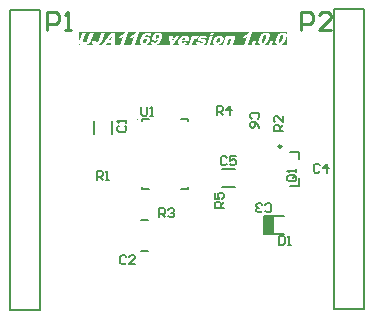
<source format=gto>
G04*
G04 #@! TF.GenerationSoftware,Altium Limited,Altium Designer,18.1.7 (191)*
G04*
G04 Layer_Color=65535*
%FSLAX25Y25*%
%MOIN*%
G70*
G01*
G75*
%ADD10C,0.00394*%
%ADD11C,0.00984*%
%ADD12C,0.00787*%
%ADD13C,0.00500*%
%ADD14C,0.01000*%
%ADD15R,0.03347X0.06102*%
G36*
X98688Y98693D02*
X98680Y98752D01*
X98673Y98804D01*
Y98840D01*
X98665Y98863D01*
Y98870D01*
X98651Y98936D01*
X98629Y99003D01*
X98607Y99062D01*
X98585Y99106D01*
X98555Y99150D01*
X98540Y99180D01*
X98526Y99202D01*
X98518Y99209D01*
X98474Y99268D01*
X98422Y99320D01*
X98363Y99364D01*
X98304Y99401D01*
X98260Y99430D01*
X98216Y99460D01*
X98186Y99467D01*
X98179Y99474D01*
X98091Y99511D01*
X97988Y99533D01*
X97884Y99555D01*
X97781Y99563D01*
X97685Y99570D01*
X97612Y99577D01*
X98688D01*
Y98693D01*
D02*
G37*
G36*
X55802Y99570D02*
X55632Y99548D01*
X55485Y99526D01*
X55352Y99497D01*
X55242Y99460D01*
X55197Y99445D01*
X55160Y99437D01*
X55131Y99423D01*
X55109Y99415D01*
X55102Y99408D01*
X55094D01*
X54954Y99342D01*
X54821Y99261D01*
X54703Y99172D01*
X54600Y99091D01*
X54519Y99017D01*
X54453Y98958D01*
X54416Y98922D01*
X54409Y98914D01*
X54401Y98907D01*
X54298Y98782D01*
X54202Y98656D01*
X54129Y98531D01*
X54070Y98420D01*
X54018Y98317D01*
X53989Y98244D01*
X53974Y98214D01*
X53966Y98192D01*
X53959Y98185D01*
Y98177D01*
X53930Y98067D01*
X53908Y97964D01*
X53893Y97868D01*
X53885Y97779D01*
Y97610D01*
X53908Y97470D01*
X53922Y97411D01*
X53937Y97359D01*
X53952Y97315D01*
X53966Y97271D01*
X53981Y97241D01*
X53996Y97219D01*
X54003Y97212D01*
Y97204D01*
X54055Y97138D01*
X54106Y97079D01*
X54166Y97027D01*
X54232Y96983D01*
X54357Y96917D01*
X54482Y96873D01*
X54600Y96843D01*
X54652Y96836D01*
X54696Y96829D01*
X54733Y96821D01*
X54785D01*
X54888Y96829D01*
X54984Y96836D01*
X55072Y96851D01*
X55153Y96873D01*
X55219Y96887D01*
X55264Y96902D01*
X55300Y96910D01*
X55308Y96917D01*
X55404Y96961D01*
X55492Y97005D01*
X55581Y97057D01*
X55654Y97101D01*
X55728Y97145D01*
X55779Y97182D01*
X55809Y97212D01*
X55824Y97219D01*
X55772Y97101D01*
X55728Y96998D01*
X55684Y96902D01*
X55639Y96814D01*
X55595Y96733D01*
X55558Y96666D01*
X55529Y96600D01*
X55499Y96548D01*
X55470Y96504D01*
X55448Y96467D01*
X55404Y96408D01*
X55382Y96372D01*
X55374Y96364D01*
X55286Y96276D01*
X55190Y96209D01*
X55102Y96165D01*
X55028Y96136D01*
X54954Y96114D01*
X54902Y96106D01*
X54873Y96099D01*
X54858D01*
X54807Y96106D01*
X54762Y96114D01*
X54696Y96150D01*
X54652Y96180D01*
X54645Y96187D01*
X54637Y96195D01*
X54615Y96239D01*
X54600Y96290D01*
X54593Y96394D01*
Y96445D01*
Y96490D01*
X54600Y96519D01*
Y96526D01*
X53620Y96402D01*
X53443Y96379D01*
Y96261D01*
X53451Y96158D01*
X53465Y96069D01*
X53487Y95988D01*
X53502Y95929D01*
X53524Y95878D01*
X53532Y95848D01*
X53539Y95841D01*
X53583Y95767D01*
X53642Y95701D01*
X53694Y95642D01*
X53753Y95598D01*
X53804Y95561D01*
X53849Y95539D01*
X53878Y95524D01*
X53885Y95517D01*
X53989Y95480D01*
X54099Y95450D01*
X54224Y95436D01*
X54335Y95421D01*
X54445Y95414D01*
X54527Y95406D01*
X51070D01*
X51254Y95414D01*
X51424Y95428D01*
X51571Y95458D01*
X51704Y95487D01*
X51814Y95517D01*
X51859Y95531D01*
X51895Y95546D01*
X51925Y95553D01*
X51947Y95561D01*
X51955Y95568D01*
X51962D01*
X52109Y95642D01*
X52242Y95716D01*
X52360Y95804D01*
X52456Y95885D01*
X52544Y95959D01*
X52603Y96018D01*
X52640Y96055D01*
X52655Y96069D01*
X52758Y96195D01*
X52854Y96320D01*
X52927Y96445D01*
X52986Y96556D01*
X53038Y96659D01*
X53067Y96733D01*
X53082Y96762D01*
X53089Y96784D01*
X53097Y96792D01*
Y96799D01*
X53126Y96910D01*
X53156Y97013D01*
X53171Y97109D01*
Y97197D01*
Y97366D01*
X53148Y97507D01*
X53134Y97566D01*
X53119Y97617D01*
X53104Y97669D01*
X53089Y97706D01*
X53075Y97735D01*
X53060Y97757D01*
X53053Y97764D01*
Y97772D01*
X53001Y97838D01*
X52949Y97904D01*
X52890Y97956D01*
X52832Y98000D01*
X52699Y98067D01*
X52574Y98111D01*
X52456Y98140D01*
X52404Y98148D01*
X52360Y98155D01*
X52323Y98163D01*
X52271D01*
X52168Y98155D01*
X52072Y98148D01*
X51984Y98133D01*
X51903Y98111D01*
X51837Y98089D01*
X51785Y98074D01*
X51755Y98067D01*
X51741Y98059D01*
X51652Y98023D01*
X51556Y97971D01*
X51468Y97919D01*
X51394Y97875D01*
X51321Y97831D01*
X51269Y97794D01*
X51240Y97764D01*
X51225Y97757D01*
X51276Y97875D01*
X51321Y97978D01*
X51365Y98074D01*
X51409Y98163D01*
X51453Y98244D01*
X51490Y98310D01*
X51520Y98369D01*
X51549Y98428D01*
X51579Y98472D01*
X51601Y98509D01*
X51645Y98561D01*
X51667Y98597D01*
X51674Y98605D01*
X51770Y98700D01*
X51859Y98767D01*
X51947Y98818D01*
X52028Y98848D01*
X52102Y98870D01*
X52153Y98877D01*
X52183Y98885D01*
X52198D01*
X52249Y98877D01*
X52301Y98870D01*
X52338Y98855D01*
X52367Y98833D01*
X52404Y98796D01*
X52419Y98789D01*
Y98782D01*
X52441Y98737D01*
X52456Y98693D01*
X52463Y98583D01*
Y98538D01*
Y98494D01*
X52456Y98465D01*
Y98457D01*
X53443Y98570D01*
X53620Y98590D01*
Y98708D01*
X53605Y98818D01*
X53591Y98907D01*
X53569Y98988D01*
X53554Y99047D01*
X53532Y99098D01*
X53524Y99128D01*
X53517Y99135D01*
X53473Y99209D01*
X53443Y99242D01*
X53414Y99275D01*
X53355Y99334D01*
X53296Y99379D01*
X53244Y99415D01*
X53200Y99437D01*
X53171Y99452D01*
X53163Y99460D01*
X53067Y99497D01*
X52949Y99526D01*
X52832Y99548D01*
X52714Y99563D01*
X52610Y99570D01*
X52522Y99577D01*
X55986D01*
X55802Y99570D01*
D02*
G37*
G36*
X55861Y98870D02*
X55934Y98848D01*
X55993Y98818D01*
X56037Y98782D01*
X56074Y98745D01*
X56096Y98715D01*
X56111Y98693D01*
X56119Y98686D01*
X56148Y98612D01*
X56163Y98531D01*
Y98443D01*
X56155Y98361D01*
X56141Y98288D01*
X56126Y98229D01*
X56119Y98192D01*
X56111Y98185D01*
Y98177D01*
X56067Y98067D01*
X56015Y97964D01*
X55964Y97875D01*
X55905Y97809D01*
X55861Y97757D01*
X55824Y97713D01*
X55794Y97691D01*
X55787Y97683D01*
X55706Y97624D01*
X55625Y97588D01*
X55551Y97558D01*
X55485Y97536D01*
X55426Y97521D01*
X55374Y97514D01*
X55337D01*
X55256Y97521D01*
X55190Y97543D01*
X55131Y97573D01*
X55087Y97602D01*
X55057Y97632D01*
X55035Y97661D01*
X55020Y97683D01*
X55013Y97691D01*
X54991Y97764D01*
X54984Y97846D01*
Y97934D01*
X54998Y98015D01*
X55013Y98089D01*
X55028Y98148D01*
X55035Y98192D01*
X55042Y98207D01*
X55087Y98325D01*
X55138Y98428D01*
X55190Y98509D01*
X55242Y98583D01*
X55286Y98634D01*
X55323Y98678D01*
X55345Y98700D01*
X55352Y98708D01*
X55433Y98767D01*
X55507Y98804D01*
X55581Y98833D01*
X55647Y98855D01*
X55698Y98870D01*
X55743Y98877D01*
X55779D01*
X55861Y98870D01*
D02*
G37*
G36*
X64712Y97794D02*
X64778Y97779D01*
X64830Y97757D01*
X64874Y97728D01*
X64911Y97698D01*
X64933Y97676D01*
X64940Y97661D01*
X64948Y97654D01*
X64977Y97595D01*
X64992Y97521D01*
X64999Y97448D01*
X64992Y97374D01*
Y97308D01*
X64977Y97249D01*
X64970Y97212D01*
Y97204D01*
Y97197D01*
X63864D01*
X63909Y97285D01*
X63953Y97366D01*
X63997Y97433D01*
X64041Y97492D01*
X64078Y97529D01*
X64108Y97566D01*
X64122Y97580D01*
X64130Y97588D01*
X64218Y97661D01*
X64307Y97713D01*
X64388Y97750D01*
X64469Y97772D01*
X64535Y97794D01*
X64587Y97801D01*
X64631D01*
X64712Y97794D01*
D02*
G37*
G36*
X97354Y98818D02*
X97420Y98789D01*
X97479Y98745D01*
X97516Y98693D01*
X97545Y98642D01*
X97567Y98597D01*
X97575Y98568D01*
Y98553D01*
X97582Y98494D01*
X97575Y98428D01*
X97567Y98347D01*
X97560Y98266D01*
X97523Y98089D01*
X97479Y97904D01*
X97427Y97742D01*
X97405Y97661D01*
X97391Y97602D01*
X97368Y97543D01*
X97361Y97507D01*
X97346Y97477D01*
Y97470D01*
X97280Y97278D01*
X97214Y97116D01*
X97162Y96976D01*
X97110Y96865D01*
X97074Y96777D01*
X97044Y96718D01*
X97022Y96681D01*
X97015Y96666D01*
X96956Y96578D01*
X96904Y96497D01*
X96852Y96438D01*
X96801Y96379D01*
X96757Y96342D01*
X96727Y96313D01*
X96705Y96298D01*
X96698Y96290D01*
X96631Y96254D01*
X96573Y96224D01*
X96513Y96202D01*
X96462Y96187D01*
X96425Y96180D01*
X96388Y96173D01*
X96359D01*
X96270Y96187D01*
X96197Y96217D01*
X96145Y96261D01*
X96108Y96313D01*
X96079Y96364D01*
X96064Y96408D01*
X96049Y96438D01*
Y96453D01*
Y96512D01*
Y96578D01*
X96057Y96652D01*
X96071Y96733D01*
X96101Y96910D01*
X96145Y97087D01*
X96189Y97249D01*
X96211Y97322D01*
X96233Y97381D01*
X96248Y97433D01*
X96263Y97470D01*
X96270Y97499D01*
Y97507D01*
X96322Y97647D01*
X96366Y97772D01*
X96410Y97882D01*
X96455Y97993D01*
X96499Y98081D01*
X96536Y98170D01*
X96573Y98244D01*
X96609Y98310D01*
X96639Y98369D01*
X96668Y98420D01*
X96690Y98457D01*
X96712Y98487D01*
X96727Y98516D01*
X96742Y98531D01*
X96749Y98546D01*
X96838Y98642D01*
X96919Y98715D01*
X97007Y98767D01*
X97088Y98796D01*
X97155Y98818D01*
X97206Y98826D01*
X97243Y98833D01*
X97258D01*
X97354Y98818D01*
D02*
G37*
G36*
X91708D02*
X91775Y98789D01*
X91834Y98745D01*
X91870Y98693D01*
X91900Y98642D01*
X91922Y98597D01*
X91929Y98568D01*
Y98553D01*
X91937Y98494D01*
X91929Y98428D01*
X91922Y98347D01*
X91915Y98266D01*
X91878Y98089D01*
X91834Y97904D01*
X91782Y97742D01*
X91760Y97661D01*
X91745Y97602D01*
X91723Y97543D01*
X91716Y97507D01*
X91701Y97477D01*
Y97470D01*
X91635Y97278D01*
X91568Y97116D01*
X91517Y96976D01*
X91465Y96865D01*
X91428Y96777D01*
X91399Y96718D01*
X91377Y96681D01*
X91369Y96666D01*
X91310Y96578D01*
X91259Y96497D01*
X91207Y96438D01*
X91155Y96379D01*
X91111Y96342D01*
X91082Y96313D01*
X91060Y96298D01*
X91052Y96290D01*
X90986Y96254D01*
X90927Y96224D01*
X90868Y96202D01*
X90816Y96187D01*
X90780Y96180D01*
X90743Y96173D01*
X90713D01*
X90625Y96187D01*
X90551Y96217D01*
X90500Y96261D01*
X90463Y96313D01*
X90433Y96364D01*
X90418Y96408D01*
X90404Y96438D01*
Y96453D01*
Y96512D01*
Y96578D01*
X90411Y96652D01*
X90426Y96733D01*
X90455Y96910D01*
X90500Y97087D01*
X90544Y97249D01*
X90566Y97322D01*
X90588Y97381D01*
X90603Y97433D01*
X90618Y97470D01*
X90625Y97499D01*
Y97507D01*
X90676Y97647D01*
X90721Y97772D01*
X90765Y97882D01*
X90809Y97993D01*
X90853Y98081D01*
X90890Y98170D01*
X90927Y98244D01*
X90964Y98310D01*
X90993Y98369D01*
X91023Y98420D01*
X91045Y98457D01*
X91067Y98487D01*
X91082Y98516D01*
X91097Y98531D01*
X91104Y98546D01*
X91192Y98642D01*
X91273Y98715D01*
X91362Y98767D01*
X91443Y98796D01*
X91509Y98818D01*
X91561Y98826D01*
X91598Y98833D01*
X91612D01*
X91708Y98818D01*
D02*
G37*
G36*
X76268Y97683D02*
X76334Y97661D01*
X76393Y97632D01*
X76438Y97595D01*
X76467Y97558D01*
X76497Y97529D01*
X76504Y97507D01*
X76511Y97499D01*
X76541Y97426D01*
X76548Y97337D01*
X76541Y97241D01*
X76526Y97153D01*
X76511Y97064D01*
X76497Y96998D01*
X76482Y96954D01*
X76474Y96946D01*
Y96939D01*
X76415Y96792D01*
X76357Y96674D01*
X76298Y96571D01*
X76239Y96490D01*
X76194Y96423D01*
X76150Y96379D01*
X76121Y96350D01*
X76113Y96342D01*
X76032Y96283D01*
X75951Y96239D01*
X75877Y96209D01*
X75804Y96187D01*
X75745Y96173D01*
X75701Y96165D01*
X75656D01*
X75575Y96173D01*
X75509Y96195D01*
X75450Y96224D01*
X75406Y96261D01*
X75369Y96290D01*
X75347Y96320D01*
X75332Y96342D01*
X75325Y96350D01*
X75303Y96430D01*
X75288Y96519D01*
X75295Y96615D01*
X75310Y96703D01*
X75325Y96792D01*
X75340Y96858D01*
X75347Y96887D01*
X75354Y96910D01*
X75362Y96917D01*
Y96924D01*
X75413Y97057D01*
X75472Y97175D01*
X75524Y97278D01*
X75583Y97359D01*
X75634Y97418D01*
X75671Y97462D01*
X75701Y97492D01*
X75708Y97499D01*
X75796Y97566D01*
X75877Y97610D01*
X75959Y97647D01*
X76032Y97669D01*
X76099Y97683D01*
X76143Y97691D01*
X76187D01*
X76268Y97683D01*
D02*
G37*
G36*
X51800Y97462D02*
X51866Y97440D01*
X51925Y97411D01*
X51969Y97381D01*
X51999Y97344D01*
X52028Y97315D01*
X52035Y97293D01*
X52043Y97285D01*
X52072Y97212D01*
X52080Y97131D01*
Y97042D01*
X52065Y96961D01*
X52050Y96887D01*
X52035Y96829D01*
X52028Y96784D01*
X52021Y96777D01*
Y96770D01*
X51977Y96652D01*
X51925Y96548D01*
X51873Y96467D01*
X51822Y96394D01*
X51778Y96342D01*
X51741Y96298D01*
X51711Y96276D01*
X51704Y96268D01*
X51630Y96217D01*
X51549Y96173D01*
X51475Y96143D01*
X51416Y96128D01*
X51358Y96114D01*
X51313Y96106D01*
X51276D01*
X51195Y96114D01*
X51122Y96136D01*
X51063Y96165D01*
X51011Y96202D01*
X50974Y96232D01*
X50952Y96261D01*
X50937Y96283D01*
X50930Y96290D01*
X50901Y96364D01*
X50886Y96445D01*
Y96534D01*
X50893Y96615D01*
X50908Y96688D01*
X50923Y96747D01*
X50930Y96784D01*
X50937Y96799D01*
X50982Y96917D01*
X51033Y97013D01*
X51092Y97101D01*
X51144Y97167D01*
X51188Y97219D01*
X51225Y97263D01*
X51254Y97285D01*
X51262Y97293D01*
X51343Y97352D01*
X51424Y97396D01*
X51505Y97426D01*
X51571Y97448D01*
X51630Y97462D01*
X51682Y97470D01*
X51719D01*
X51800Y97462D01*
D02*
G37*
G36*
X91745Y99570D02*
X91598Y99555D01*
X91458Y99533D01*
X91318Y99504D01*
X91192Y99467D01*
X91074Y99430D01*
X90971Y99386D01*
X90868Y99349D01*
X90780Y99305D01*
X90706Y99261D01*
X90640Y99224D01*
X90581Y99187D01*
X90536Y99157D01*
X90507Y99135D01*
X90485Y99121D01*
X90478Y99113D01*
X90374Y99017D01*
X90271Y98914D01*
X90175Y98796D01*
X90087Y98671D01*
X89917Y98406D01*
X89777Y98140D01*
X89718Y98015D01*
X89667Y97897D01*
X89622Y97787D01*
X89586Y97691D01*
X89549Y97617D01*
X89527Y97558D01*
X89519Y97521D01*
X89512Y97507D01*
X89460Y97337D01*
X89416Y97175D01*
X89379Y97027D01*
X89350Y96902D01*
X89328Y96792D01*
X89313Y96711D01*
Y96681D01*
X89306Y96659D01*
Y96652D01*
Y96644D01*
X89291Y96512D01*
Y96283D01*
X89298Y96202D01*
X89306Y96128D01*
X89320Y96084D01*
X89328Y96047D01*
Y96040D01*
X89372Y95929D01*
X89424Y95834D01*
X89482Y95753D01*
X89542Y95686D01*
X89593Y95635D01*
X89637Y95598D01*
X89674Y95576D01*
X89682Y95568D01*
X89792Y95517D01*
X89910Y95472D01*
X90043Y95443D01*
X90168Y95428D01*
X90279Y95414D01*
X90330D01*
X90374Y95406D01*
X75391D01*
X75538Y95414D01*
X75678Y95428D01*
X75811Y95443D01*
X75944Y95472D01*
X76062Y95502D01*
X76180Y95539D01*
X76283Y95583D01*
X76386Y95620D01*
X76467Y95657D01*
X76548Y95701D01*
X76614Y95738D01*
X76674Y95767D01*
X76718Y95797D01*
X76747Y95819D01*
X76769Y95826D01*
X76777Y95834D01*
X76887Y95915D01*
X76983Y96003D01*
X77071Y96099D01*
X77160Y96187D01*
X77234Y96283D01*
X77300Y96372D01*
X77359Y96467D01*
X77411Y96548D01*
X77462Y96630D01*
X77499Y96703D01*
X77528Y96770D01*
X77558Y96829D01*
X77580Y96873D01*
X77595Y96910D01*
X77602Y96932D01*
Y96939D01*
X77639Y97050D01*
X77646Y97084D01*
X77661Y97153D01*
X77676Y97256D01*
X77691Y97352D01*
Y97521D01*
X77676Y97669D01*
X77661Y97735D01*
X77646Y97787D01*
X77632Y97838D01*
X77617Y97875D01*
X77609Y97904D01*
X77595Y97934D01*
X77587Y97941D01*
Y97949D01*
X77528Y98037D01*
X77455Y98118D01*
X77374Y98185D01*
X77285Y98251D01*
X77197Y98295D01*
X77101Y98339D01*
X76998Y98376D01*
X76902Y98398D01*
X76814Y98420D01*
X76725Y98435D01*
X76644Y98450D01*
X76570Y98457D01*
X76511Y98465D01*
X76430D01*
X76290Y98457D01*
X76150Y98443D01*
X76017Y98428D01*
X75892Y98398D01*
X75767Y98361D01*
X75656Y98325D01*
X75546Y98288D01*
X75450Y98251D01*
X75362Y98207D01*
X75288Y98170D01*
X75214Y98133D01*
X75155Y98096D01*
X75111Y98067D01*
X75081Y98052D01*
X75059Y98037D01*
X75052Y98030D01*
X74941Y97949D01*
X74846Y97860D01*
X74757Y97764D01*
X74676Y97676D01*
X74595Y97580D01*
X74529Y97492D01*
X74470Y97403D01*
X74418Y97315D01*
X74374Y97234D01*
X74337Y97160D01*
X74300Y97094D01*
X74278Y97035D01*
X74256Y96991D01*
X74241Y96954D01*
X74234Y96932D01*
Y96924D01*
X74197Y96792D01*
X74168Y96666D01*
X74153Y96548D01*
Y96438D01*
Y96335D01*
X74168Y96239D01*
X74190Y96150D01*
X74212Y96069D01*
X74234Y96003D01*
X74264Y95937D01*
X74293Y95885D01*
X74315Y95841D01*
X74337Y95804D01*
X74359Y95782D01*
X74367Y95767D01*
X74374Y95760D01*
X74440Y95701D01*
X74507Y95642D01*
X74536Y95625D01*
X74661Y95553D01*
X74831Y95495D01*
X75001Y95450D01*
X75148Y95428D01*
X75214Y95414D01*
X75273D01*
X75325Y95406D01*
X69908D01*
X70114Y95414D01*
X70298Y95428D01*
X70453Y95450D01*
X70593Y95480D01*
X70704Y95502D01*
X70748Y95517D01*
X70785Y95524D01*
X70814Y95531D01*
X70836Y95539D01*
X70844Y95546D01*
X70851D01*
X70984Y95605D01*
X71109Y95664D01*
X71212Y95730D01*
X71301Y95789D01*
X71367Y95841D01*
X71419Y95885D01*
X71456Y95915D01*
X71463Y95922D01*
X71544Y96011D01*
X71610Y96099D01*
X71669Y96187D01*
X71713Y96261D01*
X71743Y96327D01*
X71765Y96372D01*
X71772Y96408D01*
X71780Y96416D01*
X71809Y96504D01*
X71817Y96593D01*
X71824Y96674D01*
Y96740D01*
X71817Y96792D01*
X71802Y96836D01*
X71794Y96865D01*
Y96873D01*
X71758Y96946D01*
X71713Y97013D01*
X71662Y97072D01*
X71610Y97116D01*
X71566Y97153D01*
X71522Y97175D01*
X71492Y97190D01*
X71485Y97197D01*
X71382Y97241D01*
X71264Y97278D01*
X71139Y97308D01*
X71013Y97330D01*
X70895Y97352D01*
X70844Y97359D01*
X70800Y97366D01*
X70763D01*
X70733Y97374D01*
X70711D01*
X70593Y97389D01*
X70490Y97411D01*
X70416Y97426D01*
X70357Y97440D01*
X70313Y97455D01*
X70291Y97470D01*
X70276Y97477D01*
X70269D01*
X70239Y97499D01*
X70225Y97521D01*
X70217Y97551D01*
X70210Y97580D01*
Y97624D01*
X70217Y97632D01*
Y97639D01*
X70232Y97676D01*
X70254Y97706D01*
X70298Y97757D01*
X70343Y97787D01*
X70350Y97801D01*
X70357D01*
X70402Y97824D01*
X70453Y97846D01*
X70549Y97868D01*
X70593Y97875D01*
X70726D01*
X70785Y97860D01*
X70829Y97846D01*
X70873Y97831D01*
X70903Y97816D01*
X70925Y97801D01*
X70940Y97794D01*
X70947Y97787D01*
X70976Y97757D01*
X70991Y97728D01*
X71013Y97661D01*
X71021Y97632D01*
Y97602D01*
Y97588D01*
Y97580D01*
X72111Y97683D01*
X72104Y97787D01*
X72089Y97875D01*
X72075Y97949D01*
X72053Y98015D01*
X72030Y98067D01*
X72008Y98103D01*
X72001Y98126D01*
X71993Y98133D01*
X71949Y98192D01*
X71898Y98244D01*
X71839Y98288D01*
X71787Y98325D01*
X71736Y98347D01*
X71699Y98369D01*
X71669Y98384D01*
X71662D01*
X71566Y98413D01*
X71448Y98428D01*
X71330Y98443D01*
X71205Y98457D01*
X71087D01*
X71043Y98465D01*
X70910D01*
X70733Y98457D01*
X70571Y98450D01*
X70431Y98428D01*
X70313Y98413D01*
X70217Y98391D01*
X70144Y98369D01*
X70099Y98361D01*
X70092Y98354D01*
X70085D01*
X69967Y98310D01*
X69856Y98266D01*
X69760Y98214D01*
X69679Y98163D01*
X69613Y98118D01*
X69561Y98081D01*
X69532Y98052D01*
X69517Y98045D01*
X69436Y97964D01*
X69362Y97882D01*
X69303Y97794D01*
X69259Y97720D01*
X69222Y97647D01*
X69200Y97595D01*
X69186Y97558D01*
X69178Y97543D01*
X69156Y97448D01*
X69141Y97359D01*
X69134Y97285D01*
X69141Y97212D01*
X69149Y97160D01*
X69163Y97116D01*
X69171Y97087D01*
Y97079D01*
X69208Y97005D01*
X69252Y96946D01*
X69303Y96895D01*
X69348Y96858D01*
X69392Y96821D01*
X69429Y96799D01*
X69451Y96792D01*
X69458Y96784D01*
X69502Y96770D01*
X69547Y96747D01*
X69657Y96718D01*
X69783Y96688D01*
X69908Y96659D01*
X70018Y96630D01*
X70070Y96622D01*
X70114Y96607D01*
X70151Y96600D01*
X70180D01*
X70195Y96593D01*
X70203D01*
X70328Y96571D01*
X70431Y96548D01*
X70505Y96526D01*
X70564Y96512D01*
X70601Y96497D01*
X70630Y96482D01*
X70645Y96475D01*
X70674Y96445D01*
X70696Y96416D01*
X70711Y96386D01*
Y96357D01*
Y96313D01*
X70704Y96298D01*
Y96290D01*
X70689Y96254D01*
X70667Y96217D01*
X70615Y96158D01*
X70571Y96128D01*
X70556Y96114D01*
X70549D01*
X70490Y96084D01*
X70424Y96062D01*
X70298Y96033D01*
X70247Y96025D01*
X70203Y96018D01*
X70166D01*
X70092Y96025D01*
X70033Y96033D01*
X69981Y96047D01*
X69937Y96062D01*
X69908Y96077D01*
X69886Y96084D01*
X69871Y96099D01*
X69864D01*
X69834Y96136D01*
X69812Y96180D01*
X69790Y96283D01*
X69783Y96327D01*
X69775Y96357D01*
Y96386D01*
Y96394D01*
X68625Y96290D01*
Y96143D01*
X68640Y96011D01*
X68677Y95893D01*
X68714Y95804D01*
X68758Y95730D01*
X68802Y95679D01*
X68832Y95642D01*
X68839Y95635D01*
X68898Y95598D01*
X68964Y95561D01*
X69038Y95531D01*
X69119Y95502D01*
X69261Y95472D01*
X69296Y95465D01*
X69473Y95436D01*
X69643Y95421D01*
X69716Y95414D01*
X69775D01*
X69834Y95406D01*
X63798D01*
X64041Y95414D01*
X64255Y95436D01*
X64439Y95465D01*
X64520Y95487D01*
X64594Y95502D01*
X64660Y95517D01*
X64719Y95539D01*
X64771Y95553D01*
X64815Y95568D01*
X64845Y95583D01*
X64867Y95590D01*
X64881Y95598D01*
X64889D01*
X65051Y95679D01*
X65198Y95775D01*
X65338Y95885D01*
X65464Y95988D01*
X65574Y96084D01*
X65655Y96158D01*
X65685Y96187D01*
X65707Y96209D01*
X65714Y96224D01*
X65722Y96232D01*
X64646Y96335D01*
X64594Y96283D01*
X64542Y96246D01*
X64498Y96209D01*
X64461Y96187D01*
X64432Y96165D01*
X64410Y96150D01*
X64395Y96143D01*
X64388D01*
X64321Y96114D01*
X64262Y96099D01*
X64203Y96084D01*
X64152Y96069D01*
X64108D01*
X64078Y96062D01*
X64049D01*
X63960Y96069D01*
X63879Y96092D01*
X63820Y96121D01*
X63769Y96158D01*
X63732Y96195D01*
X63710Y96224D01*
X63695Y96246D01*
X63687Y96254D01*
X63665Y96313D01*
X63658Y96372D01*
Y96438D01*
Y96504D01*
X63665Y96563D01*
X63673Y96615D01*
X63680Y96644D01*
Y96659D01*
X65928D01*
X65972Y96784D01*
X66039Y96991D01*
X66061Y97101D01*
X66075Y97175D01*
X66097Y97330D01*
X66112Y97470D01*
Y97573D01*
Y97617D01*
X66105Y97654D01*
Y97683D01*
X66097Y97706D01*
Y97713D01*
Y97720D01*
X66061Y97846D01*
X66009Y97956D01*
X65950Y98052D01*
X65891Y98133D01*
X65825Y98192D01*
X65781Y98236D01*
X65744Y98266D01*
X65729Y98273D01*
X65670Y98310D01*
X65604Y98339D01*
X65464Y98384D01*
X65309Y98420D01*
X65162Y98443D01*
X65022Y98457D01*
X64963D01*
X64911Y98465D01*
X64808D01*
X64668Y98457D01*
X64528Y98450D01*
X64395Y98428D01*
X64270Y98398D01*
X64152Y98369D01*
X64034Y98332D01*
X63931Y98288D01*
X63835Y98251D01*
X63747Y98214D01*
X63673Y98170D01*
X63606Y98133D01*
X63547Y98103D01*
X63503Y98074D01*
X63474Y98059D01*
X63452Y98045D01*
X63444Y98037D01*
X63341Y97956D01*
X63245Y97868D01*
X63157Y97779D01*
X63076Y97683D01*
X63002Y97588D01*
X62936Y97499D01*
X62818Y97322D01*
X62774Y97241D01*
X62737Y97167D01*
X62707Y97094D01*
X62678Y97035D01*
X62656Y96991D01*
X62648Y96954D01*
X62634Y96932D01*
Y96924D01*
X62582Y96747D01*
X62552Y96593D01*
X62538Y96445D01*
X62530Y96327D01*
X62538Y96224D01*
X62545Y96150D01*
X62552Y96121D01*
X62560Y96099D01*
Y96092D01*
Y96084D01*
X62604Y95959D01*
X62663Y95856D01*
X62722Y95767D01*
X62788Y95693D01*
X62847Y95642D01*
X62892Y95598D01*
X62921Y95576D01*
X62936Y95568D01*
X63054Y95517D01*
X63186Y95472D01*
X63334Y95443D01*
X63474Y95428D01*
X63599Y95414D01*
X63658D01*
X63702Y95406D01*
X54608D01*
X54762Y95414D01*
X54902Y95428D01*
X55042Y95450D01*
X55175Y95487D01*
X55308Y95524D01*
X55426Y95568D01*
X55536Y95613D01*
X55639Y95657D01*
X55728Y95701D01*
X55809Y95753D01*
X55883Y95789D01*
X55942Y95826D01*
X55986Y95863D01*
X56023Y95885D01*
X56045Y95900D01*
X56052Y95907D01*
X56170Y96011D01*
X56281Y96121D01*
X56384Y96246D01*
X56480Y96372D01*
X56649Y96637D01*
X56723Y96770D01*
X56797Y96895D01*
X56855Y97020D01*
X56907Y97138D01*
X56959Y97241D01*
X56996Y97330D01*
X57025Y97403D01*
X57047Y97462D01*
X57055Y97492D01*
X57062Y97507D01*
X57106Y97639D01*
X57143Y97772D01*
X57172Y97890D01*
X57195Y98008D01*
X57217Y98111D01*
X57231Y98214D01*
X57239Y98303D01*
X57246Y98384D01*
X57253Y98457D01*
Y98656D01*
X57246Y98678D01*
Y98693D01*
Y98700D01*
X57209Y98863D01*
X57165Y98995D01*
X57106Y99113D01*
X57040Y99202D01*
X56981Y99275D01*
X56929Y99327D01*
X56900Y99356D01*
X56885Y99364D01*
X56760Y99437D01*
X56620Y99489D01*
X56472Y99526D01*
X56325Y99548D01*
X56192Y99570D01*
X56133D01*
X56082Y99577D01*
X86195D01*
X86078Y99437D01*
X85952Y99312D01*
X85834Y99202D01*
X85724Y99113D01*
X85628Y99032D01*
X85547Y98973D01*
X85517Y98958D01*
X85495Y98944D01*
X85488Y98929D01*
X85481D01*
X85318Y98833D01*
X85149Y98752D01*
X84972Y98678D01*
X84810Y98612D01*
X84662Y98561D01*
X84604Y98538D01*
X84545Y98516D01*
X84500Y98509D01*
X84471Y98494D01*
X84449Y98487D01*
X84441D01*
X84124Y97573D01*
X84279Y97617D01*
X84419Y97654D01*
X84545Y97698D01*
X84648Y97735D01*
X84736Y97764D01*
X84803Y97787D01*
X84839Y97801D01*
X84854Y97809D01*
X84972Y97860D01*
X85083Y97919D01*
X85193Y97978D01*
X85289Y98030D01*
X85377Y98081D01*
X85444Y98118D01*
X85488Y98148D01*
X85495Y98155D01*
X85503D01*
X84596Y95472D01*
X85731D01*
X87124Y99577D01*
X91900D01*
X91745Y99570D01*
D02*
G37*
G36*
X52293D02*
X52146Y99555D01*
X52006Y99533D01*
X51873Y99497D01*
X51748Y99460D01*
X51630Y99415D01*
X51520Y99371D01*
X51416Y99327D01*
X51321Y99275D01*
X51240Y99231D01*
X51166Y99187D01*
X51107Y99150D01*
X51063Y99113D01*
X51026Y99091D01*
X51004Y99076D01*
X50996Y99069D01*
X50878Y98966D01*
X50768Y98855D01*
X50672Y98730D01*
X50576Y98605D01*
X50399Y98339D01*
X50326Y98207D01*
X50259Y98081D01*
X50200Y97956D01*
X50141Y97838D01*
X50097Y97735D01*
X50060Y97647D01*
X50031Y97573D01*
X50009Y97521D01*
X50001Y97484D01*
X49994Y97470D01*
X49950Y97330D01*
X49913Y97204D01*
X49883Y97079D01*
X49854Y96969D01*
X49832Y96858D01*
X49817Y96762D01*
X49810Y96666D01*
X49802Y96585D01*
X49795Y96512D01*
Y96313D01*
X49802Y96290D01*
Y96276D01*
Y96268D01*
X49839Y96114D01*
X49883Y95974D01*
X49942Y95863D01*
X50009Y95775D01*
X50068Y95701D01*
X50119Y95649D01*
X50149Y95620D01*
X50164Y95613D01*
X50222Y95576D01*
X50289Y95546D01*
X50429Y95495D01*
X50584Y95458D01*
X50731Y95436D01*
X50864Y95421D01*
X50923Y95414D01*
X50967Y95406D01*
X35144D01*
X35357Y95414D01*
X35549Y95443D01*
X35726Y95480D01*
X35881Y95531D01*
X35947Y95553D01*
X36006Y95576D01*
X36050Y95590D01*
X36094Y95613D01*
X36131Y95627D01*
X36153Y95642D01*
X36168Y95649D01*
X36175D01*
X36337Y95745D01*
X36478Y95848D01*
X36595Y95951D01*
X36699Y96047D01*
X36772Y96136D01*
X36831Y96202D01*
X36861Y96246D01*
X36876Y96254D01*
Y96261D01*
X36920Y96335D01*
X36971Y96408D01*
X37060Y96578D01*
X37141Y96755D01*
X37163Y96806D01*
D01*
X37214Y96924D01*
X37273Y97079D01*
X37303Y97145D01*
X37325Y97204D01*
X37340Y97249D01*
X37354Y97285D01*
X37362Y97308D01*
Y97315D01*
X38106Y99511D01*
X36853D01*
X36006Y97027D01*
X35962Y96902D01*
X35910Y96792D01*
X35866Y96703D01*
X35822Y96630D01*
X35785Y96571D01*
X35755Y96534D01*
X35733Y96512D01*
X35726Y96504D01*
X35667Y96453D01*
X35608Y96416D01*
X35549Y96386D01*
X35497Y96372D01*
X35446Y96357D01*
X35409Y96350D01*
X35328D01*
X35291Y96357D01*
X35232Y96379D01*
X35195Y96394D01*
X35188Y96401D01*
X35158Y96430D01*
X35144Y96460D01*
X35114Y96526D01*
Y96556D01*
X35107Y96578D01*
Y96593D01*
Y96600D01*
X35114Y96659D01*
X35121Y96718D01*
X35151Y96851D01*
X35166Y96910D01*
X35180Y96961D01*
X35195Y96991D01*
Y97005D01*
X34348Y96895D01*
X33950Y96843D01*
X33913Y96674D01*
X33891Y96519D01*
X33876Y96386D01*
Y96268D01*
X33883Y96173D01*
X33891Y96106D01*
X33898Y96062D01*
Y96055D01*
Y96047D01*
X33935Y95937D01*
X33986Y95841D01*
X34045Y95760D01*
X34104Y95686D01*
X34156Y95635D01*
X34207Y95598D01*
X34237Y95576D01*
X34252Y95568D01*
X34311Y95539D01*
X34370Y95517D01*
X34510Y95472D01*
X34657Y95443D01*
X34804Y95428D01*
X34937Y95414D01*
X34996D01*
X35040Y95406D01*
X31112D01*
X31296Y95414D01*
X31473Y95428D01*
X31628Y95450D01*
X31761Y95472D01*
X31879Y95495D01*
X31923Y95509D01*
X31960Y95517D01*
X31989Y95524D01*
X32011Y95531D01*
X32026Y95539D01*
X32033D01*
X32144Y95583D01*
X32254Y95635D01*
X32358Y95686D01*
X32453Y95738D01*
X32527Y95789D01*
X32594Y95834D01*
X32630Y95863D01*
X32645Y95870D01*
X32763Y95959D01*
X32866Y96055D01*
X32955Y96150D01*
X33036Y96239D01*
X33102Y96313D01*
X33146Y96372D01*
X33176Y96408D01*
X33183Y96423D01*
X33264Y96548D01*
X33331Y96666D01*
X33389Y96777D01*
X33441Y96887D01*
X33478Y96976D01*
X33507Y97042D01*
X33522Y97087D01*
X33529Y97094D01*
Y97101D01*
X34025Y98561D01*
X34348Y99511D01*
X33102D01*
X32262Y97050D01*
X32218Y96932D01*
X32159Y96829D01*
X32100Y96733D01*
X32041Y96659D01*
X31989Y96600D01*
X31945Y96563D01*
X31915Y96534D01*
X31901Y96526D01*
X31805Y96467D01*
X31709Y96423D01*
X31613Y96394D01*
X31525Y96372D01*
X31451Y96357D01*
X31385Y96350D01*
X31333D01*
X31223Y96357D01*
X31127Y96379D01*
X31046Y96408D01*
X30987Y96445D01*
X30943Y96475D01*
X30906Y96504D01*
X30891Y96526D01*
X30884Y96534D01*
X30847Y96607D01*
X30832Y96696D01*
Y96777D01*
X30839Y96858D01*
X30847Y96932D01*
X30861Y96998D01*
X30869Y97035D01*
X30876Y97050D01*
X31716Y99511D01*
X30471D01*
X29653Y97101D01*
X29616Y96991D01*
X29594Y96873D01*
X29572Y96755D01*
X29557Y96652D01*
X29542Y96563D01*
Y96490D01*
X29535Y96460D01*
Y99511D01*
Y99577D01*
X44791D01*
X44673Y99437D01*
X44548Y99312D01*
X44430Y99202D01*
X44319Y99113D01*
X44223Y99032D01*
X44142Y98973D01*
X44113Y98958D01*
X44091Y98944D01*
X44083Y98929D01*
X44076D01*
X43914Y98833D01*
X43744Y98752D01*
X43567Y98678D01*
X43405Y98612D01*
X43258Y98561D01*
X43199Y98538D01*
X43140Y98516D01*
X43096Y98509D01*
X43066Y98494D01*
X43044Y98487D01*
X43037D01*
X42720Y97573D01*
X42875Y97617D01*
X43015Y97654D01*
X43140Y97698D01*
X43243Y97735D01*
X43332Y97764D01*
X43398Y97787D01*
X43435Y97801D01*
X43450Y97809D01*
X43567Y97860D01*
X43678Y97919D01*
X43788Y97978D01*
X43884Y98030D01*
X43973Y98081D01*
X44039Y98118D01*
X44083Y98148D01*
X44091Y98155D01*
X44098D01*
X43191Y95472D01*
X44326D01*
X45720Y99577D01*
X48557D01*
X48439Y99437D01*
X48314Y99312D01*
X48196Y99202D01*
X48085Y99113D01*
X47989Y99032D01*
X47908Y98973D01*
X47879Y98958D01*
X47857Y98944D01*
X47849Y98929D01*
X47842D01*
X47680Y98833D01*
X47510Y98752D01*
X47333Y98678D01*
X47171Y98612D01*
X47024Y98561D01*
X46965Y98538D01*
X46906Y98516D01*
X46862Y98509D01*
X46832Y98494D01*
X46810Y98487D01*
X46803D01*
X46486Y97573D01*
X46641Y97617D01*
X46781Y97654D01*
X46906Y97698D01*
X47009Y97735D01*
X47098Y97764D01*
X47164Y97787D01*
X47201Y97801D01*
X47216Y97809D01*
X47333Y97860D01*
X47444Y97919D01*
X47555Y97978D01*
X47650Y98030D01*
X47739Y98081D01*
X47805Y98118D01*
X47849Y98148D01*
X47857Y98155D01*
X47864D01*
X46958Y95472D01*
X48093D01*
X49485Y99577D01*
X52441D01*
X52293Y99570D01*
D02*
G37*
G36*
X98688Y95406D02*
X96101D01*
X96270Y95414D01*
X96425Y95428D01*
X96573Y95450D01*
X96712Y95487D01*
X96838Y95524D01*
X96956Y95568D01*
X97066Y95613D01*
X97169Y95664D01*
X97258Y95708D01*
X97332Y95753D01*
X97398Y95797D01*
X97457Y95834D01*
X97494Y95870D01*
X97531Y95893D01*
X97545Y95907D01*
X97553Y95915D01*
X97656Y96018D01*
X97752Y96128D01*
X97840Y96254D01*
X97929Y96379D01*
X98083Y96644D01*
X98216Y96910D01*
X98275Y97035D01*
X98326Y97145D01*
X98371Y97249D01*
X98408Y97344D01*
X98437Y97418D01*
X98459Y97470D01*
X98466Y97507D01*
X98474Y97521D01*
X98533Y97698D01*
X98577Y97875D01*
X98614Y98030D01*
X98643Y98170D01*
X98658Y98288D01*
X98665Y98339D01*
X98673Y98376D01*
Y98413D01*
X98680Y98435D01*
Y98450D01*
Y98457D01*
X98688Y98546D01*
Y95406D01*
D02*
G37*
G36*
X97391Y99570D02*
X97243Y99555D01*
X97103Y99533D01*
X96963Y99504D01*
X96838Y99467D01*
X96720Y99430D01*
X96617Y99386D01*
X96513Y99349D01*
X96425Y99305D01*
X96351Y99261D01*
X96285Y99224D01*
X96226Y99187D01*
X96182Y99157D01*
X96152Y99135D01*
X96130Y99121D01*
X96123Y99113D01*
X96020Y99017D01*
X95916Y98914D01*
X95821Y98796D01*
X95732Y98671D01*
X95563Y98406D01*
X95423Y98140D01*
X95364Y98015D01*
X95312Y97897D01*
X95268Y97787D01*
X95231Y97691D01*
X95194Y97617D01*
X95172Y97558D01*
X95165Y97521D01*
X95157Y97507D01*
X95106Y97337D01*
X95062Y97175D01*
X95025Y97027D01*
X94995Y96902D01*
X94973Y96792D01*
X94958Y96711D01*
Y96681D01*
X94951Y96659D01*
Y96652D01*
Y96644D01*
X94936Y96512D01*
Y96283D01*
X94944Y96202D01*
X94951Y96128D01*
X94966Y96084D01*
X94973Y96047D01*
Y96040D01*
X95017Y95929D01*
X95069Y95834D01*
X95128Y95753D01*
X95187Y95686D01*
X95239Y95635D01*
X95283Y95598D01*
X95320Y95576D01*
X95327Y95568D01*
X95438Y95517D01*
X95555Y95472D01*
X95688Y95443D01*
X95813Y95428D01*
X95924Y95414D01*
X95976D01*
X96020Y95406D01*
X90455D01*
X90625Y95414D01*
X90780Y95428D01*
X90927Y95450D01*
X91067Y95487D01*
X91192Y95524D01*
X91310Y95568D01*
X91421Y95613D01*
X91524Y95664D01*
X91612Y95708D01*
X91686Y95753D01*
X91752Y95797D01*
X91811Y95834D01*
X91848Y95870D01*
X91885Y95893D01*
X91900Y95907D01*
X91907Y95915D01*
X92010Y96018D01*
X92106Y96128D01*
X92195Y96254D01*
X92283Y96379D01*
X92438Y96644D01*
X92571Y96910D01*
X92629Y97035D01*
X92681Y97145D01*
X92725Y97249D01*
X92762Y97344D01*
X92792Y97418D01*
X92814Y97470D01*
X92821Y97507D01*
X92829Y97521D01*
X92888Y97698D01*
X92932Y97875D01*
X92968Y98030D01*
X92998Y98170D01*
X93013Y98288D01*
X93020Y98339D01*
X93028Y98376D01*
Y98413D01*
X93035Y98435D01*
Y98450D01*
Y98457D01*
X93042Y98546D01*
Y98693D01*
X93035Y98752D01*
X93028Y98804D01*
Y98840D01*
X93020Y98863D01*
Y98870D01*
X93005Y98936D01*
X92983Y99003D01*
X92961Y99062D01*
X92939Y99106D01*
X92910Y99150D01*
X92895Y99180D01*
X92880Y99202D01*
X92873Y99209D01*
X92829Y99268D01*
X92777Y99320D01*
X92718Y99364D01*
X92659Y99401D01*
X92615Y99430D01*
X92571Y99460D01*
X92541Y99467D01*
X92534Y99474D01*
X92445Y99511D01*
X92342Y99533D01*
X92239Y99555D01*
X92136Y99563D01*
X92040Y99570D01*
X91966Y99577D01*
X97545D01*
X97391Y99570D01*
D02*
G37*
G36*
X29550Y96246D02*
X29564Y96165D01*
X29586Y96099D01*
X29609Y96040D01*
X29631Y95988D01*
X29638Y95959D01*
X29645Y95951D01*
X29690Y95870D01*
X29741Y95804D01*
X29793Y95745D01*
X29844Y95693D01*
X29889Y95657D01*
X29926Y95627D01*
X29948Y95613D01*
X29955Y95605D01*
X30036Y95568D01*
X30117Y95531D01*
X30206Y95502D01*
X30287Y95487D01*
X30360Y95465D01*
X30427Y95458D01*
X30463Y95450D01*
X30478D01*
X30604Y95436D01*
X30722Y95428D01*
X30825Y95414D01*
X30920D01*
X31002Y95406D01*
X29535D01*
Y96335D01*
X29550Y96246D01*
D02*
G37*
%LPC*%
G36*
X74536Y99511D02*
X73416D01*
X73151Y98745D01*
X74271D01*
X74536Y99511D01*
D02*
G37*
G36*
X80808Y98465D02*
X80764D01*
X80638Y98457D01*
X80521Y98443D01*
X80410Y98428D01*
X80314Y98406D01*
X80240Y98376D01*
X80182Y98361D01*
X80145Y98347D01*
X80130Y98339D01*
X80027Y98288D01*
X79916Y98221D01*
X79813Y98155D01*
X79717Y98081D01*
X79636Y98023D01*
X79577Y97971D01*
X79533Y97934D01*
X79526Y97919D01*
X79518D01*
X79680Y98398D01*
X78634D01*
X77646Y95472D01*
X78767D01*
X79238Y96873D01*
X79290Y97013D01*
X79349Y97131D01*
X79400Y97227D01*
X79452Y97308D01*
X79489Y97359D01*
X79526Y97403D01*
X79548Y97426D01*
X79555Y97433D01*
X79621Y97484D01*
X79695Y97521D01*
X79754Y97551D01*
X79813Y97566D01*
X79865Y97580D01*
X79901Y97588D01*
X79938D01*
X80005Y97580D01*
X80056Y97573D01*
X80093Y97551D01*
X80130Y97529D01*
X80152Y97507D01*
X80167Y97492D01*
X80182Y97477D01*
Y97470D01*
X80196Y97418D01*
X80204Y97359D01*
Y97293D01*
X80196Y97234D01*
X80182Y97175D01*
X80174Y97123D01*
X80167Y97094D01*
X80159Y97079D01*
X79614Y95472D01*
X80742D01*
X81368Y97330D01*
X81405Y97433D01*
X81427Y97529D01*
X81457Y97706D01*
X81464Y97853D01*
X81457Y97971D01*
X81442Y98067D01*
X81420Y98133D01*
X81405Y98170D01*
X81398Y98185D01*
X81324Y98280D01*
X81228Y98347D01*
X81125Y98398D01*
X81014Y98428D01*
X80919Y98450D01*
X80838Y98457D01*
X80808Y98465D01*
D02*
G37*
G36*
X68883D02*
X68839D01*
X68751Y98457D01*
X68670Y98450D01*
X68596Y98428D01*
X68530Y98406D01*
X68471Y98384D01*
X68434Y98369D01*
X68404Y98354D01*
X68397Y98347D01*
X68323Y98295D01*
X68242Y98229D01*
X68168Y98163D01*
X68095Y98089D01*
X68036Y98023D01*
X67984Y97971D01*
X67955Y97934D01*
X67940Y97919D01*
X68102Y98398D01*
X67048D01*
X66061Y95472D01*
X67188D01*
X67520Y96453D01*
X67564Y96578D01*
X67608Y96696D01*
X67653Y96799D01*
X67697Y96895D01*
X67741Y96983D01*
X67785Y97064D01*
X67822Y97131D01*
X67859Y97197D01*
X67896Y97249D01*
X67925Y97293D01*
X67955Y97330D01*
X67977Y97359D01*
X68006Y97396D01*
X68021Y97411D01*
X68087Y97470D01*
X68161Y97514D01*
X68227Y97551D01*
X68286Y97573D01*
X68338Y97588D01*
X68382Y97595D01*
X68463D01*
X68515Y97580D01*
X68611Y97551D01*
X68625Y97545D01*
X68647Y97536D01*
X68677Y97521D01*
X68699Y97514D01*
X68707Y97507D01*
X69326Y98310D01*
X69237Y98361D01*
X69149Y98398D01*
X69068Y98428D01*
X68994Y98443D01*
X68928Y98457D01*
X68883Y98465D01*
D02*
G37*
G36*
X62943Y98398D02*
X61816D01*
X60592Y96541D01*
X60658Y98398D01*
X59487D01*
X59715Y95472D01*
X60710D01*
X62530Y97858D01*
D01*
X62943Y98398D01*
D02*
G37*
G36*
X88642Y96600D02*
X87441D01*
X87124Y95668D01*
X87058Y95472D01*
X88259D01*
X88642Y96600D01*
D02*
G37*
G36*
X74153Y98398D02*
X73033D01*
X72045Y95472D01*
X73165D01*
X74153Y98398D01*
D02*
G37*
G36*
X41415Y99511D02*
X40045D01*
X38106Y96795D01*
X37163Y95472D01*
X38438D01*
X38865Y96136D01*
X40273D01*
X40251Y95472D01*
X41563D01*
X41415Y99511D01*
D02*
G37*
%LPD*%
G36*
X40310Y97013D02*
X39426D01*
X40361Y98457D01*
X40310Y97013D01*
D02*
G37*
%LPC*%
G36*
X94288Y96600D02*
X93086D01*
X92703Y95472D01*
X93905D01*
X94288Y96600D01*
D02*
G37*
%LPD*%
D10*
X49016Y70669D02*
G03*
X49016Y70669I-197J0D01*
G01*
D11*
X96949Y61614D02*
G03*
X96949Y61614I-492J0D01*
G01*
D12*
X63366Y47441D02*
X65748D01*
X50394D02*
X52776D01*
X63366Y70669D02*
X65748D01*
X50394D02*
X52776D01*
X65748Y47441D02*
Y48130D01*
Y69980D02*
Y70669D01*
X50394Y47441D02*
Y48130D01*
Y69980D02*
Y70669D01*
X114516Y7500D02*
X124516D01*
X114516D02*
Y107500D01*
X124516D01*
Y100000D02*
Y107500D01*
Y7500D02*
Y100000D01*
X6516Y107000D02*
X16516D01*
Y7000D02*
Y107000D01*
X6516Y7000D02*
X16516D01*
X6516D02*
Y14500D01*
Y107000D01*
X99744Y59882D02*
X102953D01*
Y57284D02*
Y59882D01*
X99744Y48386D02*
X102953D01*
Y50984D01*
X91142Y32401D02*
Y38504D01*
X97835D01*
X91142Y32401D02*
X97835D01*
X50240Y37013D02*
X52602D01*
X50240Y26777D02*
X52602D01*
X34449Y65583D02*
Y69913D01*
X40354Y65583D02*
Y69913D01*
X77165Y54134D02*
X81496D01*
X77165Y48228D02*
X81496D01*
D13*
X50197Y74849D02*
Y72350D01*
X50697Y71850D01*
X51696D01*
X52196Y72350D01*
Y74849D01*
X53196Y71850D02*
X54196D01*
X53696D01*
Y74849D01*
X53196Y74350D01*
X109699Y55299D02*
X109200Y55799D01*
X108200D01*
X107700Y55299D01*
Y53300D01*
X108200Y52800D01*
X109200D01*
X109699Y53300D01*
X112199Y52800D02*
Y55799D01*
X110699Y54299D01*
X112698D01*
X97441Y66688D02*
X94442D01*
Y68188D01*
X94942Y68687D01*
X95941D01*
X96441Y68188D01*
Y66688D01*
Y67688D02*
X97441Y68687D01*
Y71687D02*
Y69687D01*
X95442Y71687D01*
X94942D01*
X94442Y71187D01*
Y70187D01*
X94942Y69687D01*
X75404Y72178D02*
Y75177D01*
X76903D01*
X77403Y74678D01*
Y73678D01*
X76903Y73178D01*
X75404D01*
X76403D02*
X77403Y72178D01*
X79902D02*
Y75177D01*
X78403Y73678D01*
X80402D01*
X77756Y41087D02*
X74757D01*
Y42586D01*
X75257Y43086D01*
X76256D01*
X76756Y42586D01*
Y41087D01*
Y42087D02*
X77756Y43086D01*
X74757Y46085D02*
Y44086D01*
X76256D01*
X75757Y45086D01*
Y45586D01*
X76256Y46085D01*
X77256D01*
X77756Y45586D01*
Y44586D01*
X77256Y44086D01*
X56248Y38012D02*
Y41011D01*
X57748D01*
X58247Y40512D01*
Y39512D01*
X57748Y39012D01*
X56248D01*
X57248D02*
X58247Y38012D01*
X59247Y40512D02*
X59747Y41011D01*
X60747D01*
X61246Y40512D01*
Y40012D01*
X60747Y39512D01*
X60247D01*
X60747D01*
X61246Y39012D01*
Y38512D01*
X60747Y38012D01*
X59747D01*
X59247Y38512D01*
X35433Y50500D02*
Y53499D01*
X36933D01*
X37432Y52999D01*
Y51999D01*
X36933Y51500D01*
X35433D01*
X36433D02*
X37432Y50500D01*
X38432D02*
X39432D01*
X38932D01*
Y53499D01*
X38432Y52999D01*
X101457Y51987D02*
X99458D01*
X98958Y51488D01*
Y50488D01*
X99458Y49988D01*
X101457D01*
X101957Y50488D01*
Y51488D01*
X100957Y50988D02*
X101957Y51987D01*
Y51488D02*
X101457Y51987D01*
X101957Y52987D02*
Y53987D01*
Y53487D01*
X98958D01*
X99458Y52987D01*
X96045Y31840D02*
Y28841D01*
X97544D01*
X98044Y29341D01*
Y31340D01*
X97544Y31840D01*
X96045D01*
X99044Y28841D02*
X100043D01*
X99544D01*
Y31840D01*
X99044Y31340D01*
X89062Y70845D02*
X89562Y71345D01*
Y72344D01*
X89062Y72844D01*
X87063D01*
X86563Y72344D01*
Y71345D01*
X87063Y70845D01*
X89562Y67846D02*
X89062Y68846D01*
X88063Y69845D01*
X87063D01*
X86563Y69345D01*
Y68346D01*
X87063Y67846D01*
X87563D01*
X88063Y68346D01*
Y69845D01*
X45214Y24894D02*
X44714Y25394D01*
X43714D01*
X43215Y24894D01*
Y22895D01*
X43714Y22395D01*
X44714D01*
X45214Y22895D01*
X48213Y22395D02*
X46214D01*
X48213Y24394D01*
Y24894D01*
X47713Y25394D01*
X46713D01*
X46214Y24894D01*
X42776Y68417D02*
X42277Y67917D01*
Y66918D01*
X42776Y66418D01*
X44776D01*
X45276Y66918D01*
Y67917D01*
X44776Y68417D01*
X45276Y69417D02*
Y70416D01*
Y69917D01*
X42277D01*
X42776Y69417D01*
X78771Y57818D02*
X78271Y58318D01*
X77271D01*
X76772Y57818D01*
Y55819D01*
X77271Y55319D01*
X78271D01*
X78771Y55819D01*
X81770Y58318D02*
X79771D01*
Y56819D01*
X80770Y57319D01*
X81270D01*
X81770Y56819D01*
Y55819D01*
X81270Y55319D01*
X80270D01*
X79771Y55819D01*
X91549Y40095D02*
X92049Y39595D01*
X93049D01*
X93549Y40095D01*
Y42094D01*
X93049Y42594D01*
X92049D01*
X91549Y42094D01*
X90549Y40095D02*
X90050Y39595D01*
X89050D01*
X88550Y40095D01*
Y40595D01*
X89050Y41095D01*
X89550D01*
X89050D01*
X88550Y41594D01*
Y42094D01*
X89050Y42594D01*
X90050D01*
X90549Y42094D01*
D14*
X103347Y100394D02*
Y106392D01*
X106345D01*
X107345Y105392D01*
Y103393D01*
X106345Y102393D01*
X103347D01*
X113343Y100394D02*
X109344D01*
X113343Y104392D01*
Y105392D01*
X112344Y106392D01*
X110344D01*
X109344Y105392D01*
X18701Y100394D02*
Y106392D01*
X21700D01*
X22700Y105392D01*
Y103393D01*
X21700Y102393D01*
X18701D01*
X24699Y100394D02*
X26698D01*
X25699D01*
Y106392D01*
X24699Y105392D01*
D15*
X92816Y35452D02*
D03*
M02*

</source>
